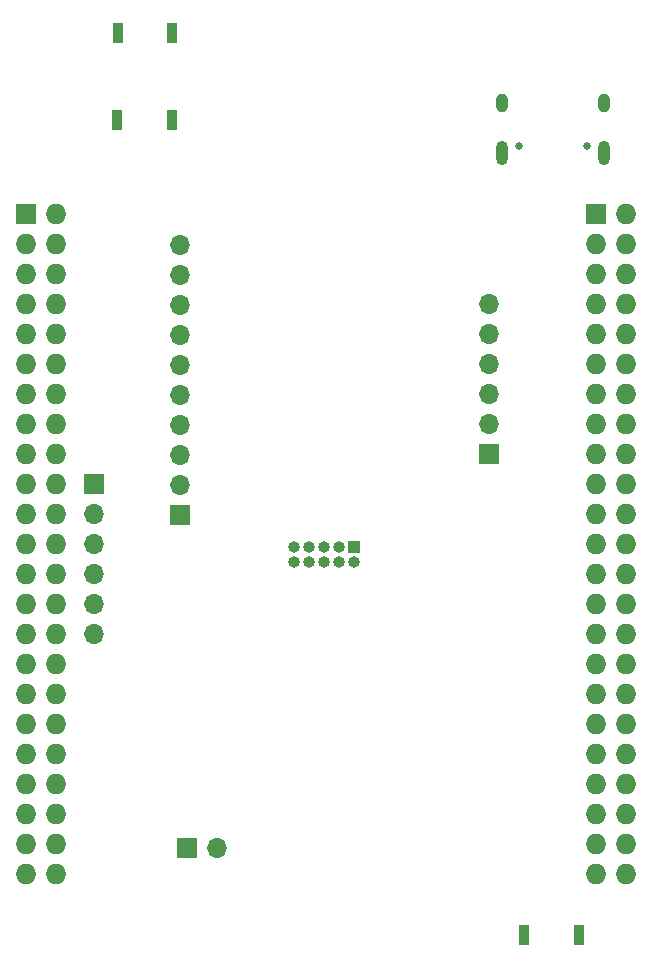
<source format=gbr>
%TF.GenerationSoftware,KiCad,Pcbnew,(5.1.7-0-10_14)*%
%TF.CreationDate,2020-11-18T23:59:02+08:00*%
%TF.ProjectId,bbb_multirouter,6262625f-6d75-46c7-9469-726f75746572,rev?*%
%TF.SameCoordinates,Original*%
%TF.FileFunction,Soldermask,Top*%
%TF.FilePolarity,Negative*%
%FSLAX46Y46*%
G04 Gerber Fmt 4.6, Leading zero omitted, Abs format (unit mm)*
G04 Created by KiCad (PCBNEW (5.1.7-0-10_14)) date 2020-11-18 23:59:02*
%MOMM*%
%LPD*%
G01*
G04 APERTURE LIST*
%ADD10O,1.700000X1.700000*%
%ADD11R,1.700000X1.700000*%
%ADD12O,1.000000X1.000000*%
%ADD13R,1.000000X1.000000*%
%ADD14R,0.899998X1.699997*%
%ADD15O,1.000000X2.100000*%
%ADD16C,0.650000*%
%ADD17O,1.000000X1.600000*%
%ADD18R,1.727200X1.727200*%
%ADD19O,1.727200X1.727200*%
G04 APERTURE END LIST*
D10*
%TO.C,J5*%
X129460100Y-64962400D03*
X129460100Y-67502400D03*
X129460100Y-70042400D03*
X129460100Y-72582400D03*
X129460100Y-75122400D03*
X129460100Y-77662400D03*
X129460100Y-80202400D03*
X129460100Y-82742400D03*
X129460100Y-85282400D03*
D11*
X129460100Y-87822400D03*
%TD*%
D10*
%TO.C,J4*%
X155570100Y-69942400D03*
X155570100Y-72482400D03*
X155570100Y-75022400D03*
X155570100Y-77562400D03*
X155570100Y-80102400D03*
D11*
X155570100Y-82642400D03*
%TD*%
D12*
%TO.C,CON1*%
X139050100Y-90587400D03*
X139050100Y-91857400D03*
X140320100Y-90587400D03*
X140320100Y-91857400D03*
X141590100Y-90587400D03*
X141590100Y-91857400D03*
X142860100Y-90587400D03*
X142860100Y-91857400D03*
X144130100Y-91857400D03*
D13*
X144130100Y-90587400D03*
%TD*%
D14*
%TO.C,SW3*%
X163200070Y-123392400D03*
X158600130Y-123392400D03*
%TD*%
%TO.C,SW2*%
X124120130Y-54372400D03*
X128720070Y-54372400D03*
%TD*%
%TO.C,SW1*%
X124170130Y-47052400D03*
X128770070Y-47052400D03*
%TD*%
D15*
%TO.C,J3*%
X165330100Y-57162400D03*
X156690100Y-57162400D03*
D16*
X158120100Y-56632400D03*
D17*
X156690100Y-52982400D03*
D16*
X163900100Y-56632400D03*
D17*
X165330100Y-52982400D03*
%TD*%
D10*
%TO.C,J2*%
X132570100Y-116039400D03*
D11*
X130030100Y-116039400D03*
%TD*%
D10*
%TO.C,J1*%
X122137100Y-97942400D03*
X122137100Y-95402400D03*
X122137100Y-92862400D03*
X122137100Y-90322400D03*
X122137100Y-87782400D03*
D11*
X122137100Y-85242400D03*
%TD*%
D18*
%TO.C,P8*%
X164630100Y-62382400D03*
D19*
X167170100Y-62382400D03*
X164630100Y-64922400D03*
X167170100Y-64922400D03*
X164630100Y-67462400D03*
X167170100Y-67462400D03*
X164630100Y-70002400D03*
X167170100Y-70002400D03*
X164630100Y-72542400D03*
X167170100Y-72542400D03*
X164630100Y-75082400D03*
X167170100Y-75082400D03*
X164630100Y-77622400D03*
X167170100Y-77622400D03*
X164630100Y-80162400D03*
X167170100Y-80162400D03*
X164630100Y-82702400D03*
X167170100Y-82702400D03*
X164630100Y-85242400D03*
X167170100Y-85242400D03*
X164630100Y-87782400D03*
X167170100Y-87782400D03*
X164630100Y-90322400D03*
X167170100Y-90322400D03*
X164630100Y-92862400D03*
X167170100Y-92862400D03*
X164630100Y-95402400D03*
X167170100Y-95402400D03*
X164630100Y-97942400D03*
X167170100Y-97942400D03*
X164630100Y-100482400D03*
X167170100Y-100482400D03*
X164630100Y-103022400D03*
X167170100Y-103022400D03*
X164630100Y-105562400D03*
X167170100Y-105562400D03*
X164630100Y-108102400D03*
X167170100Y-108102400D03*
X164630100Y-110642400D03*
X167170100Y-110642400D03*
X164630100Y-113182400D03*
X167170100Y-113182400D03*
X164630100Y-115722400D03*
X167170100Y-115722400D03*
X164630100Y-118262400D03*
X167170100Y-118262400D03*
%TD*%
D18*
%TO.C,P9*%
X116370100Y-62382400D03*
D19*
X118910100Y-62382400D03*
X116370100Y-64922400D03*
X118910100Y-64922400D03*
X116370100Y-67462400D03*
X118910100Y-67462400D03*
X116370100Y-70002400D03*
X118910100Y-70002400D03*
X116370100Y-72542400D03*
X118910100Y-72542400D03*
X116370100Y-75082400D03*
X118910100Y-75082400D03*
X116370100Y-77622400D03*
X118910100Y-77622400D03*
X116370100Y-80162400D03*
X118910100Y-80162400D03*
X116370100Y-82702400D03*
X118910100Y-82702400D03*
X116370100Y-85242400D03*
X118910100Y-85242400D03*
X116370100Y-87782400D03*
X118910100Y-87782400D03*
X116370100Y-90322400D03*
X118910100Y-90322400D03*
X116370100Y-92862400D03*
X118910100Y-92862400D03*
X116370100Y-95402400D03*
X118910100Y-95402400D03*
X116370100Y-97942400D03*
X118910100Y-97942400D03*
X116370100Y-100482400D03*
X118910100Y-100482400D03*
X116370100Y-103022400D03*
X118910100Y-103022400D03*
X116370100Y-105562400D03*
X118910100Y-105562400D03*
X116370100Y-108102400D03*
X118910100Y-108102400D03*
X116370100Y-110642400D03*
X118910100Y-110642400D03*
X116370100Y-113182400D03*
X118910100Y-113182400D03*
X116370100Y-115722400D03*
X118910100Y-115722400D03*
X116370100Y-118262400D03*
X118910100Y-118262400D03*
%TD*%
M02*

</source>
